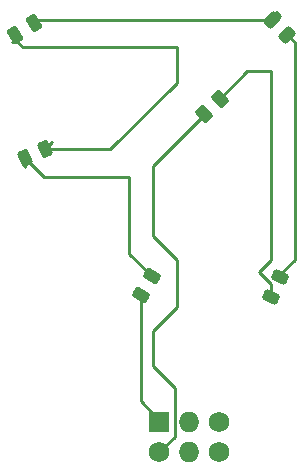
<source format=gbl>
%TF.GenerationSoftware,KiCad,Pcbnew,(6.0.10-0)*%
%TF.CreationDate,2023-05-24T21:28:30+02:00*%
%TF.ProjectId,SwiftLeeds,53776966-744c-4656-9564-732e6b696361,rev?*%
%TF.SameCoordinates,Original*%
%TF.FileFunction,Copper,L2,Bot*%
%TF.FilePolarity,Positive*%
%FSLAX46Y46*%
G04 Gerber Fmt 4.6, Leading zero omitted, Abs format (unit mm)*
G04 Created by KiCad (PCBNEW (6.0.10-0)) date 2023-05-24 21:28:30*
%MOMM*%
%LPD*%
G01*
G04 APERTURE LIST*
G04 Aperture macros list*
%AMRoundRect*
0 Rectangle with rounded corners*
0 $1 Rounding radius*
0 $2 $3 $4 $5 $6 $7 $8 $9 X,Y pos of 4 corners*
0 Add a 4 corners polygon primitive as box body*
4,1,4,$2,$3,$4,$5,$6,$7,$8,$9,$2,$3,0*
0 Add four circle primitives for the rounded corners*
1,1,$1+$1,$2,$3*
1,1,$1+$1,$4,$5*
1,1,$1+$1,$6,$7*
1,1,$1+$1,$8,$9*
0 Add four rect primitives between the rounded corners*
20,1,$1+$1,$2,$3,$4,$5,0*
20,1,$1+$1,$4,$5,$6,$7,0*
20,1,$1+$1,$6,$7,$8,$9,0*
20,1,$1+$1,$8,$9,$2,$3,0*%
G04 Aperture macros list end*
%TA.AperFunction,ComponentPad*%
%ADD10C,1.727200*%
%TD*%
%TA.AperFunction,ComponentPad*%
%ADD11O,1.727200X1.727200*%
%TD*%
%TA.AperFunction,ComponentPad*%
%ADD12R,1.727200X1.727200*%
%TD*%
%TA.AperFunction,SMDPad,CuDef*%
%ADD13RoundRect,0.243750X-0.017031X0.516999X-0.439219X0.273249X0.017031X-0.516999X0.439219X-0.273249X0*%
%TD*%
%TA.AperFunction,SMDPad,CuDef*%
%ADD14RoundRect,0.243750X0.028093X0.516516X-0.413732X0.310490X-0.028093X-0.516516X0.413732X-0.310490X0*%
%TD*%
%TA.AperFunction,SMDPad,CuDef*%
%ADD15RoundRect,0.243750X0.310490X-0.413732X0.516516X0.028093X-0.310490X0.413732X-0.516516X-0.028093X0*%
%TD*%
%TA.AperFunction,SMDPad,CuDef*%
%ADD16RoundRect,0.250000X0.132583X-0.503814X0.503814X-0.132583X-0.132583X0.503814X-0.503814X0.132583X0*%
%TD*%
%TA.AperFunction,SMDPad,CuDef*%
%ADD17RoundRect,0.243750X0.494975X0.150260X0.150260X0.494975X-0.494975X-0.150260X-0.150260X-0.494975X0*%
%TD*%
%TA.AperFunction,SMDPad,CuDef*%
%ADD18RoundRect,0.243750X-0.273249X0.439219X-0.516999X0.017031X0.273249X-0.439219X0.516999X-0.017031X0*%
%TD*%
%TA.AperFunction,Conductor*%
%ADD19C,0.250000*%
%TD*%
G04 APERTURE END LIST*
D10*
%TO.P,BT2,5*%
%TO.N,N/C*%
X169600000Y-92750000D03*
%TO.P,BT2,6*%
X169600000Y-95290000D03*
D11*
%TO.P,BT2,3*%
X167060000Y-92750000D03*
%TO.P,BT2,4*%
X167060000Y-95290000D03*
D12*
%TO.P,BT2,1,+*%
%TO.N,Net-(BT2-Pad1)*%
X164520000Y-92750000D03*
D10*
%TO.P,BT2,2,-*%
%TO.N,Net-(BT2-Pad2)*%
X164520000Y-95290000D03*
%TD*%
D13*
%TO.P,D3,1,K*%
%TO.N,Net-(D2-Pad2)*%
X153975149Y-58963913D03*
%TO.P,D3,2,A*%
%TO.N,Net-(D3-Pad2)*%
X152351351Y-59901413D03*
%TD*%
D14*
%TO.P,D4,2,A*%
%TO.N,Net-(D4-Pad2)*%
X153150336Y-70396205D03*
%TO.P,D4,1,K*%
%TO.N,Net-(D3-Pad2)*%
X154849664Y-69603795D03*
%TD*%
D15*
%TO.P,D1,1,K*%
%TO.N,Net-(D1-Pad1)*%
X174012128Y-82106287D03*
%TO.P,D1,2,A*%
%TO.N,Net-(D1-Pad2)*%
X174804538Y-80406959D03*
%TD*%
D16*
%TO.P,R1,2*%
%TO.N,Net-(D1-Pad1)*%
X169645235Y-65354765D03*
%TO.P,R1,1*%
%TO.N,Net-(BT2-Pad2)*%
X168354765Y-66645235D03*
%TD*%
D17*
%TO.P,D2,1,K*%
%TO.N,Net-(D1-Pad2)*%
X175396605Y-59960451D03*
%TO.P,D2,2,A*%
%TO.N,Net-(D2-Pad2)*%
X174070779Y-58634625D03*
%TD*%
D18*
%TO.P,D5,1,K*%
%TO.N,Net-(D4-Pad2)*%
X163891500Y-80347847D03*
%TO.P,D5,2,A*%
%TO.N,Net-(BT2-Pad1)*%
X162954000Y-81971645D03*
%TD*%
D19*
%TO.N,Net-(D1-Pad1)*%
X174000000Y-79000000D02*
X174000000Y-63000000D01*
X174012128Y-81012128D02*
X173000000Y-80000000D01*
X174012128Y-82106287D02*
X174012128Y-81012128D01*
X173000000Y-80000000D02*
X174000000Y-79000000D01*
X174000000Y-63000000D02*
X172000000Y-63000000D01*
X172000000Y-63000000D02*
X169645235Y-65354765D01*
%TO.N,Net-(D1-Pad2)*%
X174804538Y-80195462D02*
X176000000Y-79000000D01*
X174804538Y-80406959D02*
X174804538Y-80195462D01*
X176000000Y-79000000D02*
X176000000Y-60563846D01*
X176000000Y-60563846D02*
X175396605Y-59960451D01*
%TO.N,Net-(BT2-Pad2)*%
X164520000Y-95290000D02*
X165871400Y-93938600D01*
X166000000Y-79000000D02*
X164000000Y-77000000D01*
X165871400Y-93938600D02*
X165871400Y-89871400D01*
X165871400Y-89871400D02*
X164000000Y-88000000D01*
X164000000Y-88000000D02*
X164000000Y-85000000D01*
X164000000Y-85000000D02*
X166000000Y-83000000D01*
X166000000Y-83000000D02*
X166000000Y-79000000D01*
X164000000Y-77000000D02*
X164000000Y-71000000D01*
X164000000Y-71000000D02*
X168036567Y-66963433D01*
%TO.N,Net-(BT2-Pad1)*%
X162954000Y-81971645D02*
X162954000Y-90954000D01*
X162954000Y-90954000D02*
X164520000Y-92520000D01*
X164520000Y-92520000D02*
X164520000Y-92750000D01*
%TO.N,Net-(D4-Pad2)*%
X162000000Y-72000000D02*
X162000000Y-78456347D01*
X162000000Y-78456347D02*
X163891500Y-80347847D01*
X154754131Y-72000000D02*
X162000000Y-72000000D01*
X153150336Y-70396205D02*
X154754131Y-72000000D01*
%TO.N,Net-(D3-Pad2)*%
X152351351Y-59901413D02*
X152351351Y-60351351D01*
X160396205Y-69603795D02*
X154849664Y-69603795D01*
X152351351Y-60351351D02*
X153000000Y-61000000D01*
X166000000Y-61000000D02*
X166000000Y-64000000D01*
X153000000Y-61000000D02*
X166000000Y-61000000D01*
X166000000Y-64000000D02*
X160396205Y-69603795D01*
%TO.N,Net-(D2-Pad2)*%
X174070779Y-58634625D02*
X154304437Y-58634625D01*
X154304437Y-58634625D02*
X153975149Y-58963913D01*
%TO.N,Net-(BT2-Pad2)*%
X168354765Y-66645235D02*
X168645235Y-66645235D01*
%TO.N,Net-(D4-Pad2)*%
X153150336Y-70396205D02*
X153150336Y-71150336D01*
%TO.N,Net-(D3-Pad2)*%
X152351351Y-59901413D02*
X152541194Y-60091256D01*
X155453459Y-69000000D02*
X154849664Y-69603795D01*
%TO.N,Net-(D2-Pad2)*%
X174070779Y-58634625D02*
X173741491Y-58963913D01*
X174396605Y-58022951D02*
X174733692Y-58360038D01*
%TO.N,Net-(D3-Pad2)*%
X152100750Y-60495163D02*
X152500337Y-60095576D01*
%TD*%
M02*

</source>
